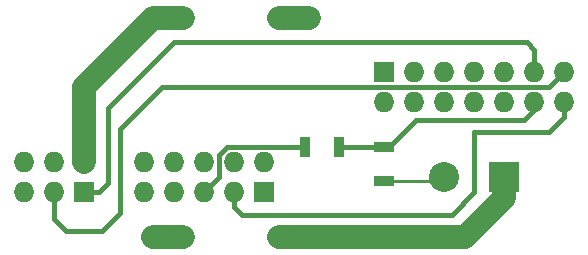
<source format=gbr>
G04 #@! TF.FileFunction,Copper,L1,Top,Signal*
%FSLAX46Y46*%
G04 Gerber Fmt 4.6, Leading zero omitted, Abs format (unit mm)*
G04 Created by KiCad (PCBNEW 4.0.2+dfsg1-stable) date Sat 09 Apr 2016 11:20:45 AM EDT*
%MOMM*%
G01*
G04 APERTURE LIST*
%ADD10C,0.100000*%
%ADD11R,1.727200X1.727200*%
%ADD12O,1.727200X1.727200*%
%ADD13R,0.900000X1.700000*%
%ADD14R,1.700000X0.900000*%
%ADD15R,2.540000X2.540000*%
%ADD16C,2.540000*%
%ADD17C,1.500000*%
%ADD18C,2.000000*%
%ADD19C,0.250000*%
%ADD20C,0.400000*%
G04 APERTURE END LIST*
D10*
D11*
X-3810000Y3810000D03*
D12*
X-3810000Y6350000D03*
X-6350000Y3810000D03*
X-6350000Y6350000D03*
X-8890000Y3810000D03*
X-8890000Y6350000D03*
X-11430000Y3810000D03*
X-11430000Y6350000D03*
X-13970000Y3810000D03*
X-13970000Y6350000D03*
D11*
X6350000Y13970000D03*
D12*
X6350000Y11430000D03*
X8890000Y13970000D03*
X8890000Y11430000D03*
X11430000Y13970000D03*
X11430000Y11430000D03*
X13970000Y13970000D03*
X13970000Y11430000D03*
X16510000Y13970000D03*
X16510000Y11430000D03*
X19050000Y13970000D03*
X19050000Y11430000D03*
X21590000Y13970000D03*
X21590000Y11430000D03*
D11*
X-19050000Y3810000D03*
D12*
X-19050000Y6350000D03*
X-21590000Y3810000D03*
X-21590000Y6350000D03*
X-24130000Y3810000D03*
X-24130000Y6350000D03*
D13*
X-360000Y7620000D03*
X2540000Y7620000D03*
D14*
X6350000Y7620000D03*
X6350000Y4720000D03*
D15*
X16510000Y5080000D03*
D16*
X11430000Y5080000D03*
D17*
X-13208000Y0D03*
X-10668000Y0D03*
X0Y0D03*
X-2540000Y0D03*
X-13208000Y18542000D03*
X-10668000Y18542000D03*
X0Y18542000D03*
X-2540000Y18542000D03*
D18*
X-19050000Y6350000D02*
X-19050000Y12700000D01*
X-19050000Y12700000D02*
X-13208000Y18542000D01*
X-13208000Y18542000D02*
X-10668000Y18542000D01*
X-13208000Y0D02*
X-10668000Y0D01*
D19*
X6350000Y4720000D02*
X11070000Y4720000D01*
X11070000Y4720000D02*
X11430000Y5080000D01*
D20*
X-6350000Y3810000D02*
X-6350000Y2540000D01*
X13970000Y3810000D02*
X13970000Y8890000D01*
X20320000Y8890000D02*
X21590000Y10160000D01*
X-6350000Y2540000D02*
X-5715000Y1905000D01*
X21590000Y10160000D02*
X21590000Y11430000D01*
X-5715000Y1905000D02*
X12065000Y1905000D01*
X12065000Y1905000D02*
X13970000Y3810000D01*
X13970000Y8890000D02*
X20320000Y8890000D01*
X-8890000Y3810000D02*
X-7626399Y5073601D01*
X-7626399Y5073601D02*
X-7626399Y6943731D01*
X-7626399Y6943731D02*
X-6950130Y7620000D01*
X-6950130Y7620000D02*
X-1210000Y7620000D01*
X-1210000Y7620000D02*
X-360000Y7620000D01*
D18*
X-2540000Y18542000D02*
X0Y18542000D01*
D20*
X6350000Y7620000D02*
X6750000Y7620000D01*
X6750000Y7620000D02*
X9036000Y9906000D01*
X19050000Y10795000D02*
X19050000Y11430000D01*
X9036000Y9906000D02*
X18161000Y9906000D01*
X18161000Y9906000D02*
X19050000Y10795000D01*
X2540000Y7620000D02*
X6350000Y7620000D01*
X19050000Y15875000D02*
X18415000Y16510000D01*
X18415000Y16510000D02*
X16510000Y16510000D01*
X19050000Y13970000D02*
X19050000Y15875000D01*
X16510000Y16510000D02*
X-11430000Y16510000D01*
X-11430000Y16510000D02*
X-17018000Y10922000D01*
X-17018000Y10922000D02*
X-17018000Y4578400D01*
X-17018000Y4578400D02*
X-17786400Y3810000D01*
X-17786400Y3810000D02*
X-19050000Y3810000D01*
X-20574000Y508000D02*
X-21590000Y1524000D01*
X-21590000Y1524000D02*
X-21590000Y3810000D01*
X-17526000Y508000D02*
X-20574000Y508000D01*
X-16002000Y2032000D02*
X-17526000Y508000D01*
X-16002000Y9144000D02*
X-16002000Y2032000D01*
X-12439601Y12706399D02*
X-16002000Y9144000D01*
X21590000Y13970000D02*
X20326399Y12706399D01*
X20326399Y12706399D02*
X-12439601Y12706399D01*
D18*
X16510000Y5080000D02*
X16510000Y3283949D01*
X0Y0D02*
X-2540000Y0D01*
X13226051Y0D02*
X1060660Y0D01*
X16510000Y3283949D02*
X13226051Y0D01*
X1060660Y0D02*
X0Y0D01*
M02*

</source>
